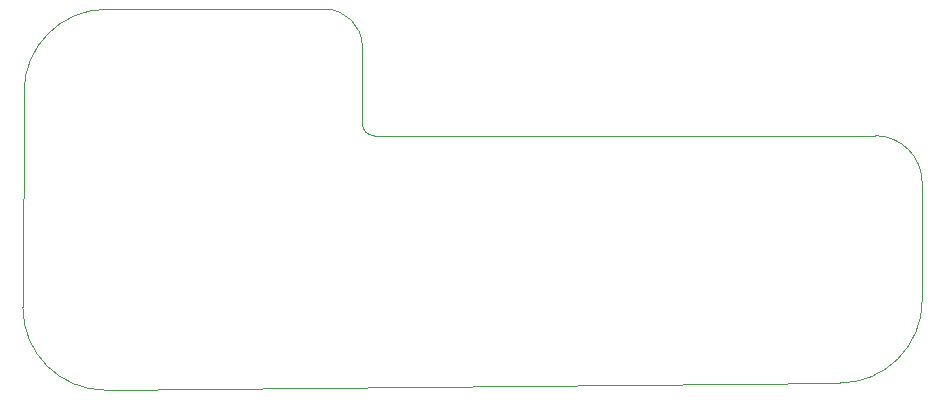
<source format=gbr>
G04 #@! TF.GenerationSoftware,KiCad,Pcbnew,(5.1.4)-1*
G04 #@! TF.CreationDate,2020-12-03T16:53:39+02:00*
G04 #@! TF.ProjectId,Single_transistor_AMP,53696e67-6c65-45f7-9472-616e73697374,V1.0*
G04 #@! TF.SameCoordinates,Original*
G04 #@! TF.FileFunction,Profile,NP*
%FSLAX46Y46*%
G04 Gerber Fmt 4.6, Leading zero omitted, Abs format (unit mm)*
G04 Created by KiCad (PCBNEW (5.1.4)-1) date 2020-12-03 16:53:39*
%MOMM*%
%LPD*%
G04 APERTURE LIST*
%ADD10C,0.050000*%
G04 APERTURE END LIST*
D10*
X226500000Y-107050000D02*
G75*
G02X230500000Y-111050000I0J-4000000D01*
G01*
X230500000Y-121000000D02*
X230500000Y-111050000D01*
X161450000Y-96350000D02*
X179950000Y-96350000D01*
X184100000Y-107050000D02*
X226500000Y-107050000D01*
X184100000Y-107050000D02*
G75*
G02X183100000Y-106050000I0J1000000D01*
G01*
X183100000Y-99500000D02*
X183100000Y-106050000D01*
X179950000Y-96350000D02*
G75*
G02X183100000Y-99500000I0J-3150000D01*
G01*
X161350000Y-128600000D02*
X223500000Y-128000000D01*
X154350000Y-121600000D02*
X154450000Y-103350000D01*
X154450000Y-103350000D02*
G75*
G02X161450000Y-96350000I7000000J0D01*
G01*
X161350000Y-128600000D02*
G75*
G02X154350000Y-121600000I0J7000000D01*
G01*
X230500000Y-121000000D02*
G75*
G02X223500000Y-128000000I-7000000J0D01*
G01*
M02*

</source>
